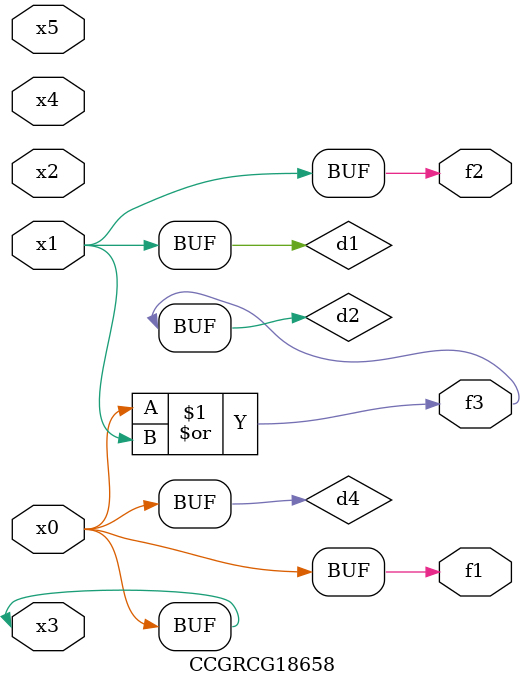
<source format=v>
module CCGRCG18658(
	input x0, x1, x2, x3, x4, x5,
	output f1, f2, f3
);

	wire d1, d2, d3, d4;

	and (d1, x1);
	or (d2, x0, x1);
	nand (d3, x0, x5);
	buf (d4, x0, x3);
	assign f1 = d4;
	assign f2 = d1;
	assign f3 = d2;
endmodule

</source>
